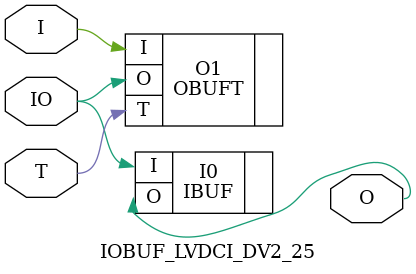
<source format=v>


`timescale  1 ps / 1 ps


module IOBUF_LVDCI_DV2_25 (O, IO, I, T);

    output O;

    inout  IO;

    input  I, T;

        OBUFT #(.IOSTANDARD("LVDCI_DV2_25") ) O1 (.O(IO), .I(I), .T(T)); 
	IBUF #(.IOSTANDARD("LVDCI_DV2_25"))  I0 (.O(O), .I(IO));
        

endmodule



</source>
